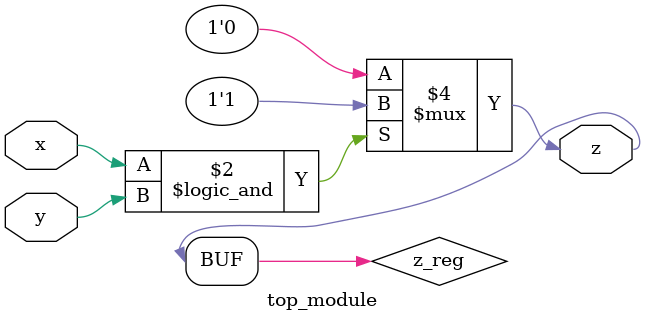
<source format=sv>
module top_module(
    input x,
    input y,
    output z);

    reg z_reg;

    always @(x or y) begin
        if (x && y)
            z_reg <= 1'b1;
        else
            z_reg <= 1'b0;
    end

    assign z = z_reg;

endmodule

</source>
